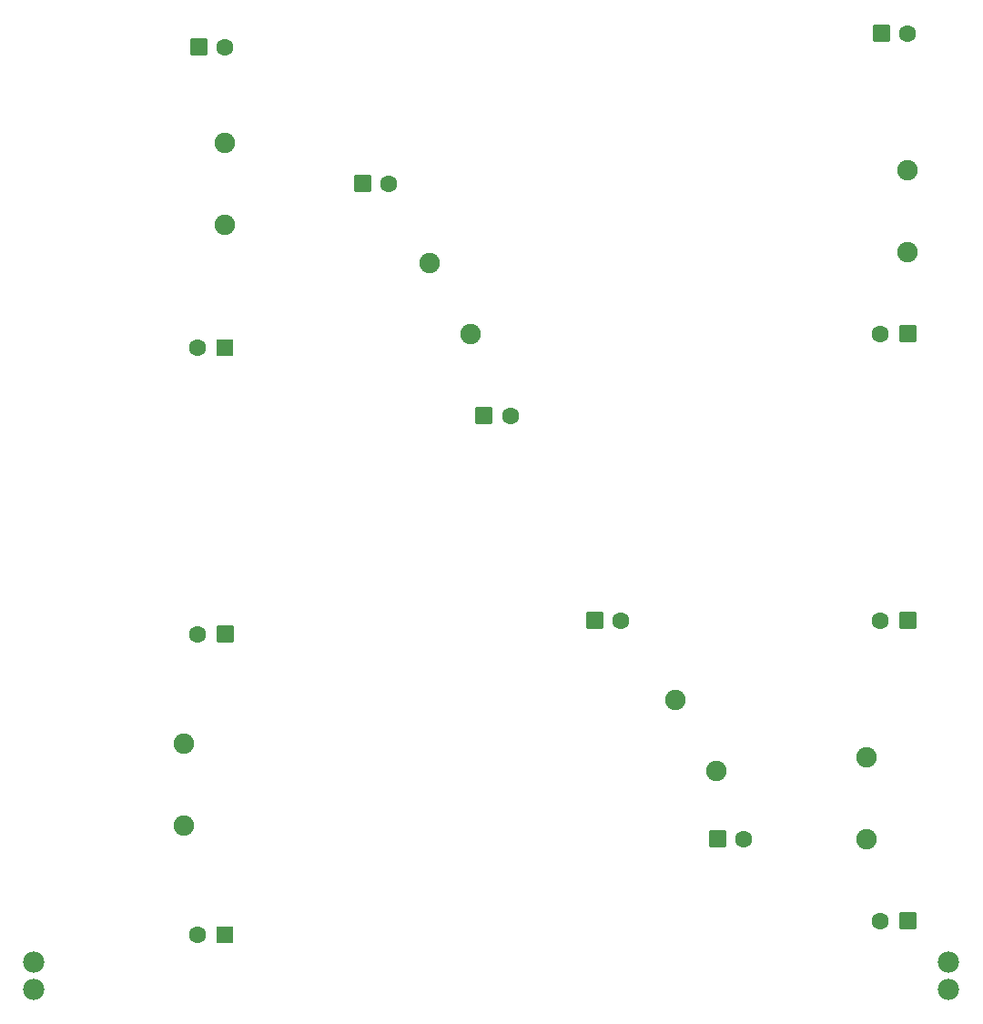
<source format=gtl>
G04 MADE WITH FRITZING*
G04 WWW.FRITZING.ORG*
G04 DOUBLE SIDED*
G04 HOLES PLATED*
G04 CONTOUR ON CENTER OF CONTOUR VECTOR*
%ASAXBY*%
%FSLAX23Y23*%
%MOIN*%
%OFA0B0*%
%SFA1.0B1.0*%
%ADD10C,0.062992*%
%ADD11C,0.075000*%
%ADD12C,0.078000*%
%ADD13R,0.062992X0.062992*%
%ADD14C,0.015748*%
%LNCOPPER1*%
G90*
G70*
G54D10*
X1335Y3105D03*
X1434Y3105D03*
X3235Y3655D03*
X3334Y3655D03*
X3332Y2555D03*
X3234Y2555D03*
X3332Y1505D03*
X3234Y1505D03*
X3332Y405D03*
X3234Y405D03*
X2635Y705D03*
X2734Y705D03*
X2185Y1505D03*
X2284Y1505D03*
X1781Y2255D03*
X1879Y2255D03*
X735Y3605D03*
X834Y3605D03*
X832Y2505D03*
X734Y2505D03*
X832Y1455D03*
X734Y1455D03*
X832Y355D03*
X734Y355D03*
G54D11*
X3334Y3155D03*
X3334Y2855D03*
X3184Y1005D03*
X3184Y705D03*
X2634Y955D03*
X2484Y1215D03*
X1734Y2555D03*
X1584Y2815D03*
X834Y3255D03*
X834Y2955D03*
X684Y1055D03*
X684Y755D03*
G54D12*
X134Y155D03*
X134Y255D03*
X3484Y155D03*
X3484Y255D03*
G54D13*
X832Y2505D03*
X832Y355D03*
G54D14*
X1359Y3082D02*
X1312Y3082D01*
X1312Y3129D01*
X1359Y3129D01*
X1359Y3082D01*
D02*
X3259Y3632D02*
X3212Y3632D01*
X3212Y3679D01*
X3259Y3679D01*
X3259Y3632D01*
D02*
X3308Y2579D02*
X3356Y2579D01*
X3356Y2532D01*
X3308Y2532D01*
X3308Y2579D01*
D02*
X3308Y1529D02*
X3356Y1529D01*
X3356Y1482D01*
X3308Y1482D01*
X3308Y1529D01*
D02*
X3308Y429D02*
X3356Y429D01*
X3356Y382D01*
X3308Y382D01*
X3308Y429D01*
D02*
X2659Y682D02*
X2612Y682D01*
X2612Y729D01*
X2659Y729D01*
X2659Y682D01*
D02*
X2209Y1482D02*
X2162Y1482D01*
X2162Y1529D01*
X2209Y1529D01*
X2209Y1482D01*
D02*
X1804Y2232D02*
X1757Y2232D01*
X1757Y2279D01*
X1804Y2279D01*
X1804Y2232D01*
D02*
X759Y3582D02*
X712Y3582D01*
X712Y3629D01*
X759Y3629D01*
X759Y3582D01*
D02*
X808Y1479D02*
X856Y1479D01*
X856Y1432D01*
X808Y1432D01*
X808Y1479D01*
D02*
G04 End of Copper1*
M02*
</source>
